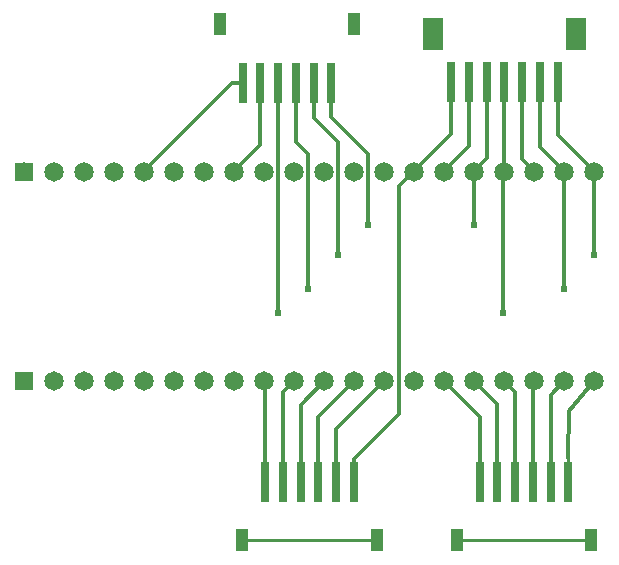
<source format=gtl>
G04 Layer: TopLayer*
G04 EasyEDA v6.5.42, 2024-04-10 10:33:45*
G04 677a2e3dccde402284f6343da6576b70,88035802e6a84ff2a66c0cebeecd398b,10*
G04 Gerber Generator version 0.2*
G04 Scale: 100 percent, Rotated: No, Reflected: No *
G04 Dimensions in millimeters *
G04 leading zeros omitted , absolute positions ,4 integer and 5 decimal *
%FSLAX45Y45*%
%MOMM*%

%ADD10C,0.3500*%
%ADD11C,0.2540*%
%ADD12R,0.8000X3.5000*%
%ADD13R,1.1000X1.9000*%
%ADD14R,0.7000X3.5000*%
%ADD15R,1.8000X2.7000*%
%ADD16R,1.6500X1.6500*%
%ADD17C,1.6500*%
%ADD18C,1.5080*%
%ADD19C,0.6200*%

%LPD*%
D10*
X5727700Y11188700D02*
G01*
X5727700Y11893118D01*
X5725007Y11895810D01*
X3349193Y12643004D02*
G01*
X3349193Y12348006D01*
X3556000Y12141200D01*
X3556000Y11188700D01*
X5473700Y10896600D02*
G01*
X5473700Y11893118D01*
X5471007Y11895810D01*
X4950307Y10693400D02*
G01*
X4950307Y11883110D01*
X4963007Y11895810D01*
X3049193Y12643004D02*
G01*
X3049193Y10693400D01*
X4201007Y11895810D02*
G01*
X4076700Y11771503D01*
X4076700Y9842500D01*
X3689705Y9455505D01*
X3689705Y9264599D01*
X2899206Y12643004D02*
G01*
X2899206Y12118009D01*
X2677007Y11895810D01*
D11*
X901700Y10121900D02*
G01*
X899007Y10119207D01*
X899007Y10117810D01*
D10*
X2939694Y9264599D02*
G01*
X2939694Y10109123D01*
X2931007Y10117810D01*
X3089706Y9264599D02*
G01*
X3089706Y10022509D01*
X3185007Y10117810D01*
X3239693Y9264599D02*
G01*
X3239693Y9918496D01*
X3439007Y10117810D01*
X3389706Y9264599D02*
G01*
X3389706Y9814509D01*
X3693007Y10117810D01*
X4905806Y9264497D02*
G01*
X4905806Y9921011D01*
X4709007Y10117810D01*
X5055793Y9264497D02*
G01*
X5055793Y10025024D01*
X4963007Y10117810D01*
X5205806Y9264497D02*
G01*
X5205806Y10106609D01*
X5217007Y10117810D01*
D11*
X5505805Y9264497D02*
G01*
X5505805Y9467418D01*
X3689705Y9264599D02*
G01*
X3689705Y9467519D01*
D10*
X4815713Y12652197D02*
G01*
X4815713Y12002515D01*
X4709007Y11895810D01*
X4965725Y12652197D02*
G01*
X4965725Y11898528D01*
X4963007Y11895810D01*
X5115712Y12652197D02*
G01*
X5115712Y11997105D01*
X5217007Y11895810D01*
X5265724Y12652197D02*
G01*
X5265724Y12101093D01*
X5471007Y11895810D01*
X5415711Y12652197D02*
G01*
X5415711Y12205106D01*
X5725007Y11895810D01*
D11*
X4560798Y8769502D02*
G01*
X5700801Y8769502D01*
X2744698Y8769604D02*
G01*
X3884701Y8769604D01*
D10*
X5505805Y9467418D02*
G01*
X5511800Y9867900D01*
X5725007Y10117810D01*
X5355793Y9264497D02*
G01*
X5355793Y10002596D01*
X5471007Y10117810D01*
X2749194Y12643004D02*
G01*
X2662201Y12643004D01*
X1915007Y11895810D01*
X4515713Y12652197D02*
G01*
X4515713Y12210516D01*
X4201007Y11895810D01*
X4665725Y12652197D02*
G01*
X4665725Y12106529D01*
X4455007Y11895810D01*
X4755794Y9264497D02*
G01*
X4755794Y9817023D01*
X4455007Y10117810D01*
X3539693Y9264599D02*
G01*
X3539693Y9710496D01*
X3947007Y10117810D01*
X4711700Y11442700D02*
G01*
X4711700Y11893118D01*
X4709007Y11895810D01*
X3499205Y12643004D02*
G01*
X3499205Y12350394D01*
X3810000Y12039600D01*
X3810000Y11442700D01*
X3199129Y12643104D02*
G01*
X3199129Y12142470D01*
X3302000Y12039600D01*
X3302000Y10896600D01*
D12*
G01*
X2749194Y12643002D03*
G01*
X2899206Y12643002D03*
G01*
X3049193Y12643002D03*
G01*
X3199206Y12643002D03*
G01*
X3349193Y12643002D03*
G01*
X3499205Y12643002D03*
D13*
G01*
X2554198Y13137997D03*
G01*
X3694201Y13137997D03*
D12*
G01*
X5505805Y9264497D03*
G01*
X5355793Y9264497D03*
G01*
X5205806Y9264497D03*
G01*
X5055793Y9264497D03*
G01*
X4905806Y9264497D03*
G01*
X4755794Y9264497D03*
D13*
G01*
X5700801Y8769502D03*
G01*
X4560798Y8769502D03*
D12*
G01*
X3689705Y9264599D03*
G01*
X3539693Y9264599D03*
G01*
X3389706Y9264599D03*
G01*
X3239693Y9264599D03*
G01*
X3089706Y9264599D03*
G01*
X2939694Y9264599D03*
D13*
G01*
X3884701Y8769604D03*
G01*
X2744698Y8769604D03*
D14*
G01*
X5415711Y12652197D03*
G01*
X5265724Y12652197D03*
G01*
X5115712Y12652197D03*
G01*
X4965725Y12652197D03*
G01*
X4815713Y12652197D03*
G01*
X4665725Y12652197D03*
G01*
X4515713Y12652197D03*
D15*
G01*
X5570702Y13052450D03*
G01*
X4360697Y13052602D03*
D16*
G01*
X901700Y11887200D03*
D17*
G01*
X1155700Y11887200D03*
G01*
X1409700Y11887200D03*
G01*
X1663700Y11887200D03*
G01*
X1917700Y11887200D03*
G01*
X2171700Y11887200D03*
G01*
X2425700Y11887200D03*
G01*
X2679700Y11887200D03*
G01*
X2933700Y11887200D03*
G01*
X3187700Y11887200D03*
G01*
X3441700Y11887200D03*
G01*
X3695700Y11887200D03*
G01*
X3949700Y11887200D03*
G01*
X4203700Y11887200D03*
G01*
X4457700Y11887200D03*
G01*
X4711700Y11887200D03*
G01*
X4965700Y11887200D03*
G01*
X5219700Y11887200D03*
G01*
X5473700Y11887200D03*
G01*
X5727700Y11887200D03*
D16*
G01*
X901700Y10121900D03*
D17*
G01*
X1155700Y10121900D03*
G01*
X1409700Y10121900D03*
G01*
X1663700Y10121900D03*
G01*
X1917700Y10121900D03*
G01*
X2171700Y10121900D03*
G01*
X2425700Y10121900D03*
G01*
X2679700Y10121900D03*
G01*
X2933700Y10121900D03*
G01*
X3187700Y10121900D03*
G01*
X3441700Y10121900D03*
G01*
X3695700Y10121900D03*
G01*
X3949700Y10121900D03*
G01*
X4203700Y10121900D03*
G01*
X4457700Y10121900D03*
G01*
X4711700Y10121900D03*
G01*
X4965700Y10121900D03*
G01*
X5219700Y10121900D03*
G01*
X5473700Y10121900D03*
G01*
X5727700Y10121900D03*
D18*
G01*
X899007Y10117810D03*
G01*
X1153007Y10117810D03*
G01*
X1407007Y10117810D03*
G01*
X1661007Y10117810D03*
G01*
X1915007Y10117810D03*
G01*
X2169007Y10117810D03*
G01*
X2423007Y10117810D03*
G01*
X2677007Y10117810D03*
G01*
X2931007Y10117810D03*
G01*
X3185007Y10117810D03*
G01*
X3439007Y10117810D03*
G01*
X3693007Y10117810D03*
G01*
X3947007Y10117810D03*
G01*
X4201007Y10117810D03*
G01*
X4455007Y10117810D03*
G01*
X4709007Y10117810D03*
G01*
X4963007Y10117810D03*
G01*
X5217007Y10117810D03*
G01*
X5471007Y10117810D03*
G01*
X5725007Y10117810D03*
G01*
X899007Y11895810D03*
G01*
X1153007Y11895810D03*
G01*
X1407007Y11895810D03*
G01*
X1661007Y11895810D03*
G01*
X1915007Y11895810D03*
G01*
X2169007Y11895810D03*
G01*
X2423007Y11895810D03*
G01*
X2677007Y11895810D03*
G01*
X2931007Y11895810D03*
G01*
X3185007Y11895810D03*
G01*
X3439007Y11895810D03*
G01*
X3693007Y11895810D03*
G01*
X3947007Y11895810D03*
G01*
X4201007Y11895810D03*
G01*
X4455007Y11895810D03*
G01*
X4709007Y11895810D03*
G01*
X4963007Y11895810D03*
G01*
X5217007Y11895810D03*
G01*
X5471007Y11895810D03*
G01*
X5725007Y11895810D03*
D19*
G01*
X3049193Y10693400D03*
G01*
X4950307Y10693400D03*
G01*
X3302000Y10896600D03*
G01*
X5473700Y10896600D03*
G01*
X3556000Y11188700D03*
G01*
X5727700Y11188700D03*
G01*
X3810000Y11442700D03*
G01*
X4711700Y11442700D03*
M02*

</source>
